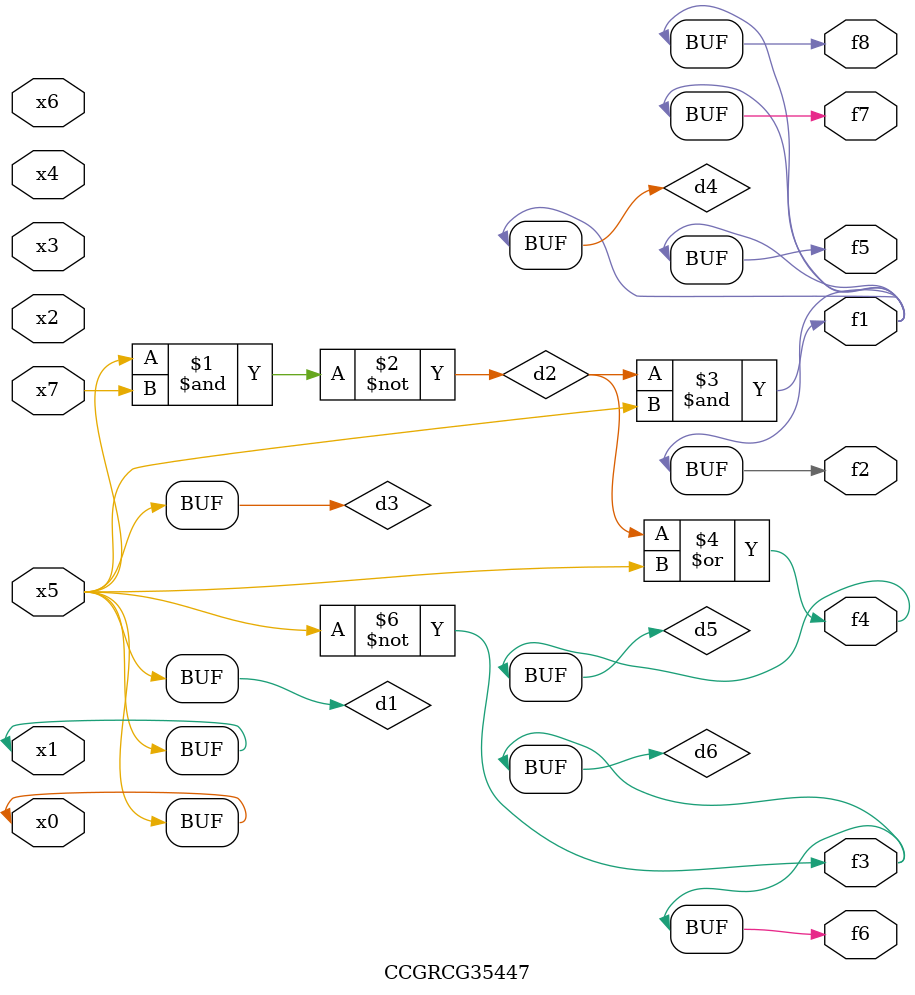
<source format=v>
module CCGRCG35447(
	input x0, x1, x2, x3, x4, x5, x6, x7,
	output f1, f2, f3, f4, f5, f6, f7, f8
);

	wire d1, d2, d3, d4, d5, d6;

	buf (d1, x0, x5);
	nand (d2, x5, x7);
	buf (d3, x0, x1);
	and (d4, d2, d3);
	or (d5, d2, d3);
	nor (d6, d1, d3);
	assign f1 = d4;
	assign f2 = d4;
	assign f3 = d6;
	assign f4 = d5;
	assign f5 = d4;
	assign f6 = d6;
	assign f7 = d4;
	assign f8 = d4;
endmodule

</source>
